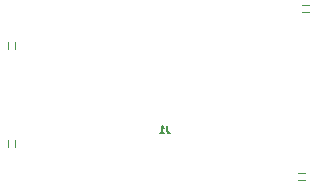
<source format=gbr>
G04 #@! TF.GenerationSoftware,KiCad,Pcbnew,5.1.2*
G04 #@! TF.CreationDate,2019-06-28T20:41:13-07:00*
G04 #@! TF.ProjectId,bow-tie.svg.2019_06_28_19_52_47.0,626f772d-7469-4652-9e73-76672e323031,rev?*
G04 #@! TF.SameCoordinates,Original*
G04 #@! TF.FileFunction,Legend,Bot*
G04 #@! TF.FilePolarity,Positive*
%FSLAX46Y46*%
G04 Gerber Fmt 4.6, Leading zero omitted, Abs format (unit mm)*
G04 Created by KiCad (PCBNEW 5.1.2) date 2019-06-28 20:41:13*
%MOMM*%
%LPD*%
G04 APERTURE LIST*
%ADD10C,0.120000*%
%ADD11C,0.127000*%
G04 APERTURE END LIST*
D10*
X-13289000Y-3891000D02*
X-13289000Y-4491000D01*
X-13889000Y-3891000D02*
X-13889000Y-4491000D01*
X-13289000Y3764000D02*
X-13289000Y4364000D01*
X-13889000Y3764000D02*
X-13889000Y4364000D01*
X11003000Y7539000D02*
X11603000Y7539000D01*
X11003000Y6939000D02*
X11603000Y6939000D01*
X10622000Y-7285000D02*
X11222000Y-7285000D01*
X10622000Y-6685000D02*
X11222000Y-6685000D01*
D11*
X-431800Y-2714171D02*
X-431800Y-3149600D01*
X-402771Y-3236685D01*
X-344714Y-3294742D01*
X-257628Y-3323771D01*
X-199571Y-3323771D01*
X-1041400Y-3323771D02*
X-693057Y-3323771D01*
X-867228Y-3323771D02*
X-867228Y-2714171D01*
X-809171Y-2801257D01*
X-751114Y-2859314D01*
X-693057Y-2888342D01*
M02*

</source>
